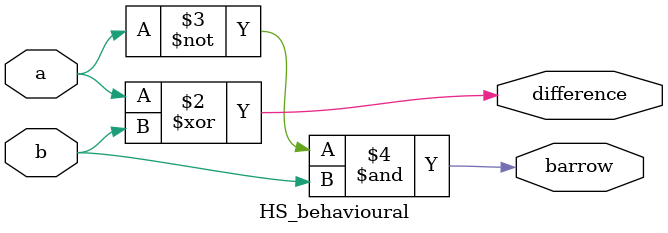
<source format=v>
`timescale 1ns / 1ps


module HS_behavioural(
    input a,
    input b,
    output reg difference,
    output reg barrow
    );
    always @(*) 
    begin 
    difference = a ^ b; 
    barrow = ~a & b;
    end
endmodule

</source>
